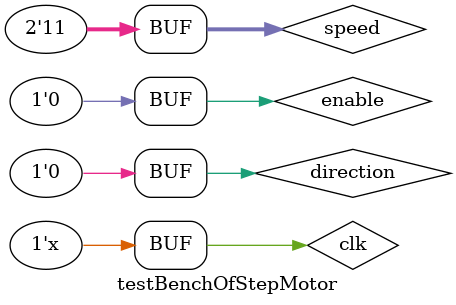
<source format=sv>
`timescale 1ns / 1ps


module testBenchOfStepMotor();

    logic clk, enable;
    logic direction;
    logic [1:0] speed;
    logic A, B, Ab, Bb;
    logic a, b, c, d, e, f, g, dp;
    logic [3:0] an;

Motor dut(clk, enable, direction, speed , A, B, Ab, Bb, a, b, c, d, e, f, g, dp,an );
 
initial begin
	clk = 1'b0;
	direction = 1'b0;
	speed = 2'b00;
	enable = 1'b0;
	
	#10
	clk = 1'b1;
    direction = 1'b0;
    speed = 2'b00;
    enable = 1'b0;
    
    #10	
	speed = 2'b11;

end
  
always 
	#5  clk =  !clk;  

endmodule

</source>
